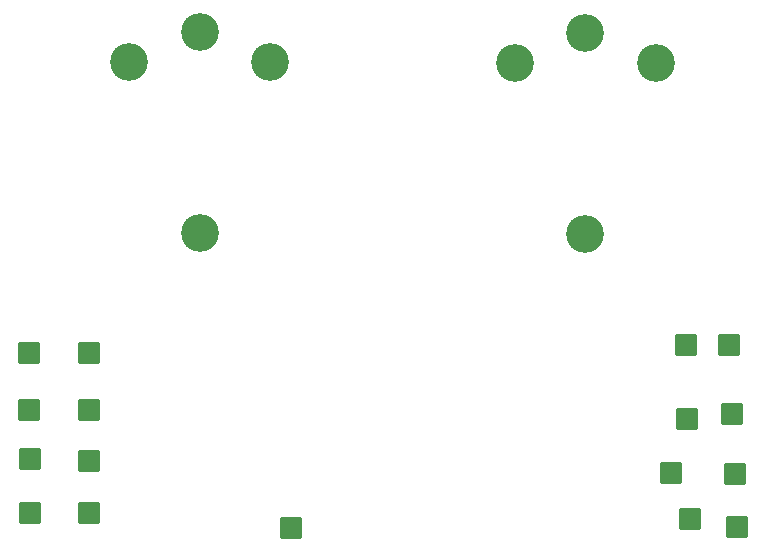
<source format=gbs>
G04 Layer: BottomSolderMaskLayer*
G04 EasyEDA v6.5.29, 2023-07-14 00:53:27*
G04 c58a546ca1a14cb0a5025686437682f6,398929e9e95146ce9e037ed163e1f376,10*
G04 Gerber Generator version 0.2*
G04 Scale: 100 percent, Rotated: No, Reflected: No *
G04 Dimensions in millimeters *
G04 leading zeros omitted , absolute positions ,4 integer and 5 decimal *
%FSLAX45Y45*%
%MOMM*%

%AMMACRO1*1,1,$1,$2,$3*1,1,$1,$4,$5*1,1,$1,0-$2,0-$3*1,1,$1,0-$4,0-$5*20,1,$1,$2,$3,$4,$5,0*20,1,$1,$4,$5,0-$2,0-$3,0*20,1,$1,0-$2,0-$3,0-$4,0-$5,0*20,1,$1,0-$4,0-$5,$2,$3,0*4,1,4,$2,$3,$4,$5,0-$2,0-$3,0-$4,0-$5,$2,$3,0*%
%ADD10MACRO1,0.1016X-0.85X0.85X0.85X0.85*%
%ADD11C,3.2032*%

%LPD*%
D10*
G01*
X509275Y-3834513D03*
G01*
X6465575Y-4355213D03*
G01*
X509275Y-4317113D03*
G01*
X6490975Y-4863213D03*
G01*
X521975Y-4736213D03*
G01*
X6503675Y-5307713D03*
G01*
X521975Y-5193413D03*
G01*
X1017275Y-5193413D03*
G01*
X6071875Y-3771013D03*
G01*
X6440175Y-3771013D03*
G01*
X2731775Y-5320413D03*
G01*
X1017275Y-3834513D03*
G01*
X6084575Y-4393313D03*
G01*
X1017275Y-4317113D03*
G01*
X5943600Y-4851400D03*
G01*
X1017275Y-4748913D03*
G01*
X6109975Y-5244213D03*
D11*
G01*
X1957070Y-2818511D03*
G01*
X1360170Y-1370711D03*
G01*
X1957070Y-1117600D03*
G01*
X2553970Y-1370711D03*
G01*
X5220970Y-2831211D03*
G01*
X4624070Y-1383411D03*
G01*
X5220970Y-1130300D03*
G01*
X5817870Y-1383411D03*
M02*

</source>
